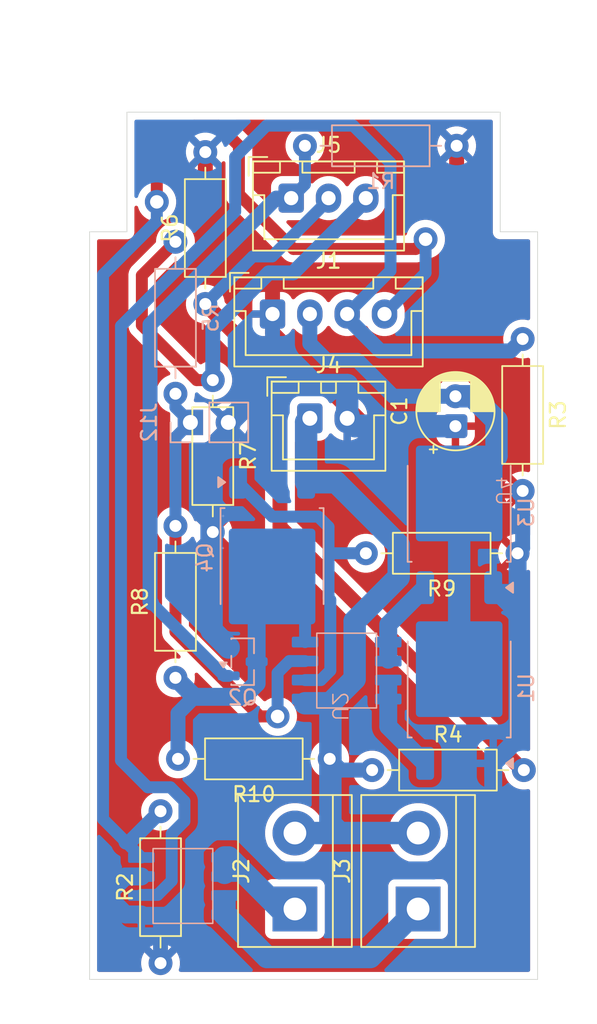
<source format=kicad_pcb>
(kicad_pcb (version 20241229) (generator "pcbnew") (generator_version "9.0")
  (layers (0 "F.Cu" signal) (2 "B.Cu" signal) (13 "F.Paste" user) (15 "B.Paste" user) (5 "F.SilkS" user "F.Silkscreen") (7 "B.SilkS" user "B.Silkscreen") (1 "F.Mask" user) (3 "B.Mask" user) (25 "Edge.Cuts" user))
  (net 0 "")
  (net 1 "GND")
  (net 2 "+3.3V")
  (net 3 "PYRO 2")
  (net 4 "PROBE sec")
  (net 5 "PROBE main")
  (net 6 "PYRO 1")
  (net 7 "signal")
  (net 8 "Net-(J2-Pin_1)")
  (net 9 "VCC main")
  (net 10 "Net-(J3-Pin_1)")
  (net 11 "MODE")
  (net 12 "Net-(Q4-D)")
  (net 13 "VCC secondary")
  (net 14 "Net-(U1-VI)")
  (net 15 "Net-(U3-VI)")
  (footprint "Resistor_THT:R_Axial_DIN0207_L6.3mm_D2.5mm_P10.16mm_Horizontal" (layer "F.Cu") (at 139.33 90.5 180)
    (property "Reference" "R10" (at 5.08 -2.370001 0) (layer "F.SilkS"))
    (property "Value" "10k")
    (fp_line (start 9.12 0) (end 8.350001 0) (stroke (width 0.12)) (layer "F.SilkS"))
    (fp_line (start 1.04 0) (end 1.81 0) (stroke (width 0.12)) (layer "F.SilkS"))
    (fp_poly (pts (xy 1.81 -1.37) (xy 8.35 -1.37) (xy 8.35 1.37) (xy 1.81 1.37)) (stroke (width 0.12)) (fill no) (layer "F.SilkS"))
    (pad "1" thru_hole circle (at 0 0 180) (size 1.6 1.6) (drill 0.8) (layers "*.Cu" "*.Mask") (net 9 "VCC main"))
    (pad "2" thru_hole circle (at 10.16 0 180) (size 1.6 1.6) (drill 0.8) (layers "*.Cu" "*.Mask") (net 11 "MODE"))
  )
  (footprint "Connector_JST:JST_XH_B4B-XH-A_1x04_P2.50mm_Vertical" (layer "F.Cu") (at 135.5 60.75)
    (property "Reference" "J1" (at 3.75 -3.55 0) (layer "F.SilkS"))
    (property "Value" "Conn_01x04_Socket")
    (fp_line (start -2.85 -2.75) (end -2.85 -1.5) (stroke (width 0.12)) (layer "F.SilkS"))
    (fp_line (start -2.55 -0.2) (end -1.8 -0.2) (stroke (width 0.12)) (layer "F.SilkS"))
    (fp_line (start -1.8 -0.2) (end -1.8 2.75) (stroke (width 0.12)) (layer "F.SilkS"))
    (fp_line (start -1.8 2.75) (end 3.75 2.75) (stroke (width 0.12)) (layer "F.SilkS"))
    (fp_line (start -1.6 -2.75) (end -2.85 -2.75) (stroke (width 0.12)) (layer "F.SilkS"))
    (fp_line (start 9.3 -0.2) (end 9.3 2.75) (stroke (width 0.12)) (layer "F.SilkS"))
    (fp_line (start 9.3 2.75) (end 3.75 2.75) (stroke (width 0.12)) (layer "F.SilkS"))
    (fp_line (start 10.05 -0.2) (end 9.3 -0.2) (stroke (width 0.12)) (layer "F.SilkS"))
    (fp_rect (start -2.56 -2.46) (end 10.06 3.51) (stroke (width 0.12)) (fill no) (layer "F.SilkS"))
    (fp_rect (start -2.55 -2.45) (end -0.75 -1.7) (stroke (width 0.12)) (fill no) (layer "F.SilkS"))
    (fp_rect (start 0.75 -2.45) (end 6.75 -1.7) (stroke (width 0.12)) (fill no) (layer "F.SilkS"))
    (fp_rect (start 8.25 -2.45) (end 10.05 -1.7) (stroke (width 0.12)) (fill no) (layer "F.SilkS"))
    (pad "1" thru_hole roundrect (at 0 0) (size 1.7 1.95) (drill 0.95) (layers "*.Cu" "*.Mask") (roundrect_rratio 0.147059) (net 1 "GND"))
    (pad "2" thru_hole oval (at 2.5 0) (size 1.7 1.95) (drill 0.95) (layers "*.Cu" "*.Mask") (net 2 "+3.3V"))
    (pad "3" thru_hole oval (at 5 0) (size 1.7 1.95) (drill 0.95) (layers "*.Cu" "*.Mask") (net 6 "PYRO 1"))
    (pad "4" thru_hole oval (at 7.5 0) (size 1.7 1.95) (drill 0.95) (layers "*.Cu" "*.Mask") (net 3 "PYRO 2"))
  )
  (footprint "Resistor_THT:R_Axial_DIN0207_L6.3mm_D2.5mm_P10.16mm_Horizontal" (layer "F.Cu") (at 128 104.16 90)
    (property "Reference" "R2" (at 5.08 -2.370001 90) (layer "F.SilkS"))
    (property "Value" "10k")
    (fp_line (start 9.12 0) (end 8.350001 0) (stroke (width 0.12)) (layer "F.SilkS"))
    (fp_line (start 1.04 0) (end 1.81 0) (stroke (width 0.12)) (layer "F.SilkS"))
    (fp_poly (pts (xy 1.81 -1.37) (xy 8.35 -1.37) (xy 8.35 1.37) (xy 1.81 1.37)) (stroke (width 0.12)) (fill no) (layer "F.SilkS"))
    (pad "1" thru_hole circle (at 0 0 90) (size 1.6 1.6) (drill 0.8) (layers "*.Cu" "*.Mask") (net 1 "GND"))
    (pad "2" thru_hole circle (at 10.16 0 90) (size 1.6 1.6) (drill 0.8) (layers "*.Cu" "*.Mask") (net 3 "PYRO 2"))
  )
  (footprint "Connector_JST:JST_XH_B3B-XH-A_1x03_P2.50mm_Vertical" (layer "F.Cu") (at 136.75 53)
    (property "Reference" "J5" (at 2.5 -3.55 0) (layer "F.SilkS"))
    (property "Value" "Conn_01x03_Socket")
    (fp_line (start -2.85 -2.75) (end -2.85 -1.5) (stroke (width 0.12)) (layer "F.SilkS"))
    (fp_line (start -2.55 -0.2) (end -1.8 -0.2) (stroke (width 0.12)) (layer "F.SilkS"))
    (fp_line (start -1.8 -0.2) (end -1.8 2.75) (stroke (width 0.12)) (layer "F.SilkS"))
    (fp_line (start -1.8 2.75) (end 2.5 2.75) (stroke (width 0.12)) (layer "F.SilkS"))
    (fp_line (start -1.6 -2.75) (end -2.85 -2.75) (stroke (width 0.12)) (layer "F.SilkS"))
    (fp_line (start 6.8 -0.2) (end 6.8 2.75) (stroke (width 0.12)) (layer "F.SilkS"))
    (fp_line (start 6.8 2.75) (end 2.5 2.75) (stroke (width 0.12)) (layer "F.SilkS"))
    (fp_line (start 7.55 -0.2) (end 6.8 -0.2) (stroke (width 0.12)) (layer "F.SilkS"))
    (fp_rect (start -2.56 -2.46) (end 7.56 3.51) (stroke (width 0.12)) (fill no) (layer "F.SilkS"))
    (fp_rect (start -2.55 -2.45) (end -0.75 -1.7) (stroke (width 0.12)) (fill no) (layer "F.SilkS"))
    (fp_rect (start 0.75 -2.45) (end 4.25 -1.7) (stroke (width 0.12)) (fill no) (layer "F.SilkS"))
    (fp_rect (start 5.75 -2.45) (end 7.55 -1.7) (stroke (width 0.12)) (fill no) (layer "F.SilkS"))
    (pad "1" thru_hole roundrect (at 0 0) (size 1.7 1.95) (drill 0.95) (layers "*.Cu" "*.Mask") (roundrect_rratio 0.147059) (net 7 "signal"))
    (pad "2" thru_hole oval (at 2.5 0) (size 1.7 1.95) (drill 0.95) (layers "*.Cu" "*.Mask") (net 5 "PROBE main"))
    (pad "3" thru_hole oval (at 5 0) (size 1.7 1.95) (drill 0.95) (layers "*.Cu" "*.Mask") (net 4 "PROBE sec"))
  )
  (footprint "ark:TerminalBlock_bornier-2_P5.08mm" (layer "F.Cu") (at 145.25 100.54 90)
    (property "Reference" "J3" (at 2.54 -5.08 90) (layer "F.SilkS"))
    (property "Value" "Conn_01x02_Socket")
    (fp_line (start 7.62 -3.81) (end -2.54 -3.81) (stroke (width 0.12)) (layer "F.SilkS"))
    (fp_line (start -2.54 -3.81) (end -2.54 3.81) (stroke (width 0.12)) (layer "F.SilkS"))
    (fp_line (start 7.62 2.54) (end -2.54 2.54) (stroke (width 0.12)) (layer "F.SilkS"))
    (fp_line (start 7.62 3.81) (end 7.62 -3.81) (stroke (width 0.12)) (layer "F.SilkS"))
    (fp_line (start -2.54 3.81) (end 7.62 3.81) (stroke (width 0.12)) (layer "F.SilkS"))
    (pad "1" thru_hole rect (at 0 0 90) (size 3 3) (drill 1.52) (layers "*.Cu" "*.Mask") (net 10 "Net-(J3-Pin_1)"))
    (pad "2" thru_hole circle (at 5.079999 0 90) (size 3 3) (drill 1.52) (layers "*.Cu" "*.Mask") (net 9 "VCC main"))
  )
  (footprint "Capacitor_THT:CP_Radial_D5.0mm_P2.00mm" (layer "F.Cu") (at 147.75 68.25 90)
    (property "Reference" "C1" (at 1 -3.75 90) (layer "F.SilkS"))
    (property "Value" "C")
    (fp_line (start 1.040001 -2.58) (end 1.04 -1.04) (stroke (width 0.12)) (layer "F.SilkS"))
    (fp_line (start 1 -2.58) (end 1 -1.04) (stroke (width 0.12)) (layer "F.SilkS"))
    (fp_line (start 1.08 -2.579) (end 1.08 -1.04) (stroke (width 0.12)) (layer "F.SilkS"))
    (fp_line (start 1.12 -2.577) (end 1.120001 -1.04) (stroke (width 0.12)) (layer "F.SilkS"))
    (fp_line (start 1.16 -2.575) (end 1.16 -1.04) (stroke (width 0.12)) (layer "F.SilkS"))
    (fp_line (start 1.2 -2.572001) (end 1.2 -1.04) (stroke (width 0.12)) (layer "F.SilkS"))
    (fp_line (start 1.24 -2.569) (end 1.239999 -1.04) (stroke (width 0.12)) (layer "F.SilkS"))
    (fp_line (start 1.28 -2.565) (end 1.28 -1.04) (stroke (width 0.12)) (layer "F.SilkS"))
    (fp_line (start 1.32 -2.559999) (end 1.32 -1.04) (stroke (width 0.12)) (layer "F.SilkS"))
    (fp_line (start 1.36 -2.555) (end 1.36 -1.04) (stroke (width 0.12)) (layer "F.SilkS"))
    (fp_line (start 1.4 -2.549) (end 1.4 -1.040001) (stroke (width 0.12)) (layer "F.SilkS"))
    (fp_line (start 1.44 -2.543) (end 1.44 -1.04) (stroke (width 0.12)) (layer "F.SilkS"))
    (fp_line (start 1.48 -2.536) (end 1.48 -1.04) (stroke (width 0.12)) (layer "F.SilkS"))
    (fp_line (start 1.52 -2.528) (end 1.52 -1.04) (stroke (width 0.12)) (layer "F.SilkS"))
    (fp_line (start 1.560001 -2.519) (end 1.560001 -1.04) (stroke (width 0.12)) (layer "F.SilkS"))
    (fp_line (start 1.6 -2.51) (end 1.6 -1.04) (stroke (width 0.12)) (layer "F.SilkS"))
    (fp_line (start 1.64 -2.501) (end 1.64 -1.04) (stroke (width 0.12)) (layer "F.SilkS"))
    (fp_line (start 1.68 -2.489999) (end 1.679999 -1.04) (stroke (width 0.12)) (layer "F.SilkS"))
    (fp_line (start 1.72 -2.479) (end 1.72 -1.04) (stroke (width 0.12)) (layer "F.SilkS"))
    (fp_line (start 1.76 -2.466999) (end 1.76 -1.04) (stroke (width 0.12)) (layer "F.SilkS"))
    (fp_line (start 1.8 -2.455) (end 1.8 -1.04) (stroke (width 0.12)) (layer "F.SilkS"))
    (fp_line (start 1.84 -2.442) (end 1.84 -1.040001) (stroke (width 0.12)) (layer "F.SilkS"))
    (fp_line (start 1.88 -2.428) (end 1.88 -1.04) (stroke (width 0.12)) (layer "F.SilkS"))
    (fp_line (start 1.92 -2.413) (end 1.92 -1.04) (stroke (width 0.12)) (layer "F.SilkS"))
    (fp_line (start 1.96 -2.398) (end 1.96 -1.04) (stroke (width 0.12)) (layer "F.SilkS"))
    (fp_line (start 2 -2.382) (end 2.000001 -1.04) (stroke (width 0.12)) (layer "F.SilkS"))
    (fp_line (start 2.04 -2.365) (end 2.04 -1.04) (stroke (width 0.12)) (layer "F.SilkS"))
    (fp_line (start 2.08 -2.347001) (end 2.08 -1.04) (stroke (width 0.12)) (layer "F.SilkS"))
    (fp_line (start 2.12 -2.329) (end 2.119999 -1.04) (stroke (width 0.12)) (layer "F.SilkS"))
    (fp_line (start 2.16 -2.309) (end 2.16 -1.04) (stroke (width 0.12)) (layer "F.SilkS"))
    (fp_line (start 2.199999 -2.289) (end 2.2 -1.04) (stroke (width 0.12)) (layer "F.SilkS"))
    (fp_line (start 2.24 -2.268) (end 2.24 -1.04) (stroke (width 0.12)) (layer "F.SilkS"))
    (fp_line (start 2.28 -2.246) (end 2.28 -1.040001) (stroke (width 0.12)) (layer "F.SilkS"))
    (fp_line (start 2.32 -2.223) (end 2.32 -1.04) (stroke (width 0.12)) (layer "F.SilkS"))
    (fp_line (start 2.36 -2.199) (end 2.36 -1.04) (stroke (width 0.12)) (layer "F.SilkS"))
    (fp_line (start 2.4 -2.175) (end 2.4 -1.04) (stroke (width 0.12)) (layer "F.SilkS"))
    (fp_line (start 2.44 -2.149) (end 2.44 -1.040001) (stroke (width 0.12)) (layer "F.SilkS"))
    (fp_line (start 2.48 -2.122) (end 2.48 -1.04) (stroke (width 0.12)) (layer "F.SilkS"))
    (fp_line (start 2.52 -2.094001) (end 2.52 -1.04) (stroke (width 0.12)) (layer "F.SilkS"))
    (fp_line (start 2.56 -2.065) (end 2.559999 -1.04) (stroke (width 0.12)) (layer "F.SilkS"))
    (fp_line (start 2.6 -2.035) (end 2.600001 -1.04) (stroke (width 0.12)) (layer "F.SilkS"))
    (fp_line (start 2.64 -2.003) (end 2.64 -1.04) (stroke (width 0.12)) (layer "F.SilkS"))
    (fp_line (start 2.68 -1.97) (end 2.68 -1.04) (stroke (width 0.12)) (layer "F.SilkS"))
    (fp_line (start 2.72 -1.936) (end 2.719999 -1.04) (stroke (width 0.12)) (layer "F.SilkS"))
    (fp_line (start 2.76 -1.901) (end 2.76 -1.04) (stroke (width 0.12)) (layer "F.SilkS"))
    (fp_line (start 2.8 -1.864) (end 2.8 -1.04) (stroke (width 0.12)) (layer "F.SilkS"))
    (fp_line (start 2.84 -1.825) (end 2.84 -1.04) (stroke (width 0.12)) (layer "F.SilkS"))
    (fp_line (start 2.88 -1.785) (end 2.88 -1.040001) (stroke (width 0.12)) (layer "F.SilkS"))
    (fp_line (start 2.92 -1.743) (end 2.92 -1.04) (stroke (width 0.12)) (layer "F.SilkS"))
    (fp_line (start -1.554775 -1.725) (end -1.554775 -1.225) (stroke (width 0.12)) (layer "F.SilkS"))
    (fp_line (start 2.96 -1.698999) (end 2.96 -1.04) (stroke (width 0.12)) (layer "F.SilkS"))
    (fp_line (start 3 -1.652) (end 3 -1.04) (stroke (width 0.12)) (layer "F.SilkS"))
    (fp_line (start 3.04 -1.604) (end 3.04 1.604) (stroke (width 0.12)) (layer "F.SilkS"))
    (fp_line (start 3.08 -1.553) (end 3.08 1.553) (stroke (width 0.12)) (layer "F.SilkS"))
    (fp_line (start 3.12 -1.499) (end 3.12 1.499) (stroke (width 0.12)) (layer "F.SilkS"))
    (fp_line (start -1.804775 -1.475) (end -1.304775 -1.475) (stroke (width 0.12)) (layer "F.SilkS"))
    (fp_line (start 3.16 -1.443001) (end 3.16 1.443001) (stroke (width 0.12)) (layer "F.SilkS"))
    (fp_line (start 3.2 -1.383) (end 3.2 1.383) (stroke (width 0.12)) (layer "F.SilkS"))
    (fp_line (start 3.24 -1.319) (end 3.24 1.319) (stroke (width 0.12)) (layer "F.SilkS"))
    (fp_line (start 3.28 -1.251) (end 3.28 1.251) (stroke (width 0.12)) (layer "F.SilkS"))
    (fp_line (start 3.32 -1.177) (end 3.32 1.177) (stroke (width 0.12)) (layer "F.SilkS"))
    (fp_line (start 3.36 -1.098) (end 3.36 1.098) (stroke (width 0.12)) (layer "F.SilkS"))
    (fp_line (start 3.4 -1.011) (end 3.4 1.011) (stroke (width 0.12)) (layer "F.SilkS"))
    (fp_line (start 3.44 -0.914) (end 3.44 0.914) (stroke (width 0.12)) (layer "F.SilkS"))
    (fp_line (start 3.480001 -0.805) (end 3.480001 0.805) (stroke (width 0.12)) (layer "F.SilkS"))
    (fp_line (start 3.52 -0.677) (end 3.52 0.677) (stroke (width 0.12)) (layer "F.SilkS"))
    (fp_line (start 3.56 -0.517) (end 3.56 0.517) (stroke (width 0.12)) (layer "F.SilkS"))
    (fp_line (start 3.6 -0.283) (end 3.6 0.283) (stroke (width 0.12)) (layer "F.SilkS"))
    (fp_line (start 3 1.04) (end 3 1.652) (stroke (width 0.12)) (layer "F.SilkS"))
    (fp_line (start 2.96 1.04) (end 2.96 1.698999) (stroke (width 0.12)) (layer "F.SilkS"))
    (fp_line (start 2.92 1.04) (end 2.92 1.743) (stroke (width 0.12)) (layer "F.SilkS"))
    (fp_line (start 2.84 1.04) (end 2.84 1.825) (stroke (width 0.12)) (layer "F.SilkS"))
    (fp_line (start 2.8 1.04) (end 2.8 1.864) (stroke (width 0.12)) (layer "F.SilkS"))
    (fp_line (start 2.76 1.04) (end 2.76 1.901) (stroke (width 0.12)) (layer "F.SilkS"))
    (fp_line (start 2.719999 1.04) (end 2.72 1.936) (stroke (width 0.12)) (layer "F.SilkS"))
    (fp_line (start 2.68 1.04) (end 2.68 1.97) (stroke (width 0.12)) (layer "F.SilkS"))
    (fp_line (start 2.64 1.04) (end 2.64 2.003) (stroke (width 0.12)) (layer "F.SilkS"))
    (fp_line (start 2.600001 1.04) (end 2.6 2.035) (stroke (width 0.12)) (layer "F.SilkS"))
    (fp_line (start 2.559999 1.04) (end 2.56 2.065) (stroke (width 0.12)) (layer "F.SilkS"))
    (fp_line (start 2.52 1.04) (end 2.52 2.094001) (stroke (width 0.12)) (layer "F.SilkS"))
    (fp_line (start 2.48 1.04) (end 2.48 2.122) (stroke (width 0.12)) (layer "F.SilkS"))
    (fp_line (start 2.4 1.04) (end 2.4 2.175) (stroke (width 0.12)) (layer "F.SilkS"))
    (fp_line (start 2.36 1.04) (end 2.36 2.199) (stroke (width 0.12)) (layer "F.SilkS"))
    (fp_line (start 2.32 1.04) (end 2.32 2.223) (stroke (width 0.12)) (layer "F.SilkS"))
    (fp_line (start 2.24 1.04) (end 2.24 2.268) (stroke (width 0.12)) (layer "F.SilkS"))
    (fp_line (start 2.2 1.04) (end 2.199999 2.289) (stroke (width 0.12)) (layer "F.SilkS"))
    (fp_line (start 2.16 1.04) (end 2.16 2.309) (stroke (width 0.12)) (layer "F.SilkS"))
    (fp_line (start 2.119999 1.04) (end 2.12 2.329) (stroke (width 0.12)) (layer "F.SilkS"))
    (fp_line (start 2.08 1.04) (end 2.08 2.347001) (stroke (width 0.12)) (layer "F.SilkS"))
    (fp_line (start 2.04 1.04) (end 2.04 2.365) (stroke (width 0.12)) (layer "F.SilkS"))
    (fp_line (start 2.000001 1.04) (end 2 2.382) (stroke (width 0.12)) (layer "F.SilkS"))
    (fp_line (start 1.96 1.04) (end 1.96 2.398) (stroke (width 0.12)) (layer "F.SilkS"))
    (fp_line (start 1.92 1.04) (end 1.92 2.413) (stroke (width 0.12)) (layer "F.SilkS"))
    (fp_line (start 1.88 1.04) (end 1.88 2.428) (stroke (width 0.12)) (layer "F.SilkS"))
    (fp_line (start 1.8 1.04) (end 1.8 2.455) (stroke (width 0.12)) (layer "F.SilkS"))
    (fp_line (start 1.76 1.04) (end 1.76 2.466999) (stroke (width 0.12)) (layer "F.SilkS"))
    (fp_line (start 1.72 1.04) (end 1.72 2.479) (stroke (width 0.12)) (layer "F.SilkS"))
    (fp_line (start 1.679999 1.04) (end 1.68 2.489999) (stroke (width 0.12)) (layer "F.SilkS"))
    (fp_line (start 1.64 1.04) (end 1.64 2.501) (stroke (width 0.12)) (layer "F.SilkS"))
    (fp_line (start 1.6 1.04) (end 1.6 2.51) (stroke (width 0.12)) (layer "F.SilkS"))
    (fp_line (start 1.560001 1.04) (end 1.560001 2.519) (stroke (width 0.12)) (layer "F.SilkS"))
    (fp_line (start 1.52 1.04) (end 1.52 2.528) (stroke (width 0.12)) (layer "F.SilkS"))
    (fp_line (start 1.48 1.04) (end 1.48 2.536) (stroke (width 0.12)) (layer "F.SilkS"))
    (fp_line (start 1.44 1.04) (end 1.44 2.543) (stroke (width 0.12)) (layer "F.SilkS"))
    (fp_line (start 1.36 1.04) (end 1.36 2.555) (stroke (width 0.12)) (layer "F.SilkS"))
    (fp_line (start 1.32 1.04) (end 1.32 2.559999) (stroke (width 0.12)) (layer "F.SilkS"))
    (fp_line (start 1.28 1.04) (end 1.28 2.565) (stroke (width 0.12)) (layer "F.SilkS"))
    (fp_line (start 1.239999 1.04) (end 1.24 2.569) (stroke (width 0.12)) (layer "F.SilkS"))
    (fp_line (start 1.2 1.04) (end 1.2 2.572001) (stroke (width 0.12)) (layer "F.SilkS"))
    (fp_line (start 1.16 1.04) (end 1.16 2.575) (stroke (width 0.12)) (layer "F.SilkS"))
    (fp_line (start 1.120001 1.04) (end 1.12 2.577) (stroke (width 0.12)) (layer "F.SilkS"))
    (fp_line (start 1.08 1.04) (end 1.08 2.579) (stroke (width 0.12)) (layer "F.SilkS"))
    (fp_line (start 1.04 1.04) (end 1.040001 2.58) (stroke (width 0.12)) (layer "F.SilkS"))
    (fp_line (start 1 1.04) (end 1 2.58) (stroke (width 0.12)) (layer "F.SilkS"))
    (fp_line (start 2.88 1.040001) (end 2.88 1.785) (stroke (width 0.12)) (layer "F.SilkS"))
    (fp_line (start 2.44 1.040001) (end 2.44 2.149) (stroke (width 0.12)) (layer "F.SilkS"))
    (fp_line (start 2.28 1.040001) (end 2.28 2.246) (stroke (width 0.12)) (layer "F.SilkS"))
    (fp_line (start 1.84 1.040001) (end 1.84 2.442) (stroke (width 0.12)) (layer "F.SilkS"))
    (fp_line (start 1.4 1.040001) (end 1.4 2.549) (stroke (width 0.12)) (layer "F.SilkS"))
    (fp_circle (center 1 0) (end 3.620001 0) (stroke (width 0.12)) (fill no) (layer "F.SilkS"))
    (pad "1" thru_hole roundrect (at 0 0 90) (size 1.6 1.6) (drill 0.8) (layers "*.Cu" "*.Mask") (roundrect_rratio 0.15625) (net 1 "GND"))
    (pad "2" thru_hole circle (at 2.000001 0 90) (size 1.6 1.6) (drill 0.8) (layers "*.Cu" "*.Mask") (net 2 "+3.3V"))
  )
  (footprint "Resistor_THT:R_Axial_DIN0207_L6.3mm_D2.5mm_P10.16mm_Horizontal" (layer "F.Cu") (at 142.17 91.25)
    (property "Reference" "R4" (at 5.08 -2.37 0) (layer "F.SilkS"))
    (property "Value" "20k")
    (fp_line (start 1.04 0) (end 1.81 0) (stroke (width 0.12)) (layer "F.SilkS"))
    (fp_line (start 9.12 0) (end 8.35 0) (stroke (width 0.12)) (layer "F.SilkS"))
    (fp_rect (start 1.81 -1.37) (end 8.35 1.37) (stroke (width 0.12)) (fill no) (layer "F.SilkS"))
    (pad "1" thru_hole circle (at 0 0) (size 1.6 1.6) (drill 0.8) (layers "*.Cu" "*.Mask") (net 9 "VCC main"))
    (pad "2" thru_hole circle (at 10.16 0) (size 1.6 1.6) (drill 0.8) (layers "*.Cu" "*.Mask") (net 5 "PROBE main"))
  )
  (footprint "Connector_JST:JST_XH_B2B-XH-A_1x02_P2.50mm_Vertical" (layer "F.Cu") (at 138 67.725)
    (property "Reference" "J4" (at 1.25 -3.55 0) (layer "F.SilkS"))
    (property "Value" "Conn_01x02_Socket")
    (fp_line (start -2.85 -2.75) (end -2.85 -1.5) (stroke (width 0.12)) (layer "F.SilkS"))
    (fp_line (start -2.55 -0.2) (end -1.8 -0.2) (stroke (width 0.12)) (layer "F.SilkS"))
    (fp_line (start -1.8 -0.2) (end -1.8 2.75) (stroke (width 0.12)) (layer "F.SilkS"))
    (fp_line (start -1.8 2.75) (end 1.25 2.75) (stroke (width 0.12)) (layer "F.SilkS"))
    (fp_line (start -1.6 -2.75) (end -2.85 -2.75) (stroke (width 0.12)) (layer "F.SilkS"))
    (fp_line (start 4.3 -0.2) (end 4.3 2.75) (stroke (width 0.12)) (layer "F.SilkS"))
    (fp_line (start 4.3 2.75) (end 1.25 2.75) (stroke (width 0.12)) (layer "F.SilkS"))
    (fp_line (start 5.05 -0.2) (end 4.3 -0.2) (stroke (width 0.12)) (layer "F.SilkS"))
    (fp_rect (start -2.56 -2.46) (end 5.06 3.51) (stroke (width 0.12)) (fill no) (layer "F.SilkS"))
    (fp_rect (start -2.55 -2.45) (end -0.75 -1.7) (stroke (width 0.12)) (fill no) (layer "F.SilkS"))
    (fp_rect (start 0.75 -2.45) (end 1.75 -1.7) (stroke (width 0.12)) (fill no) (layer "F.SilkS"))
    (fp_rect (start 3.25 -2.45) (end 5.05 -1.7) (stroke (width 0.12)) (fill no) (layer "F.SilkS"))
    (pad "1" thru_hole roundrect (at 0 0) (size 1.7 2) (drill 1) (layers "*.Cu" "*.Mask") (roundrect_rratio 0.147059) (net 9 "VCC main"))
    (pad "2" thru_hole oval (at 2.5 0) (size 1.7 2) (drill 1) (layers "*.Cu" "*.Mask") (net 1 "GND"))
  )
  (footprint "Resistor_THT:R_Axial_DIN0207_L6.3mm_D2.5mm_P10.16mm_Horizontal" (layer "F.Cu") (at 131 60.08 90)
    (property "Reference" "R6" (at 5.08 -2.370001 90) (layer "F.SilkS"))
    (property "Value" "10k")
    (fp_line (start 9.12 0) (end 8.350001 0) (stroke (width 0.12)) (layer "F.SilkS"))
    (fp_line (start 1.04 0) (end 1.81 0) (stroke (width 0.12)) (layer "F.SilkS"))
    (fp_poly (pts (xy 1.81 -1.37) (xy 8.35 -1.37) (xy 8.35 1.37) (xy 1.81 1.37)) (stroke (width 0.12)) (fill no) (layer "F.SilkS"))
    (pad "1" thru_hole circle (at 0 0 90) (size 1.6 1.6) (drill 0.8) (layers "*.Cu" "*.Mask") (net 5 "PROBE main"))
    (pad "2" thru_hole circle (at 10.16 0 90) (size 1.6 1.6) (drill 0.8) (layers "*.Cu" "*.Mask") (net 1 "GND"))
  )
  (footprint "Resistor_THT:R_Axial_DIN0207_L6.3mm_D2.5mm_P10.16mm_Horizontal" (layer "F.Cu") (at 152.25 62.42 -90)
    (property "Reference" "R3" (at 5.08 -2.370001 90) (layer "F.SilkS"))
    (property "Value" "10k")
    (fp_line (start 1.04 0) (end 1.81 0) (stroke (width 0.12)) (layer "F.SilkS"))
    (fp_line (start 9.12 0) (end 8.350001 0) (stroke (width 0.12)) (layer "F.SilkS"))
    (fp_poly (pts (xy 1.81 -1.37) (xy 8.35 -1.37) (xy 8.35 1.37) (xy 1.81 1.37)) (stroke (width 0.12)) (fill no) (layer "F.SilkS"))
    (pad "1" thru_hole circle (at 0 0 270) (size 1.6 1.6) (drill 0.8) (layers "*.Cu" "*.Mask") (net 6 "PYRO 1"))
    (pad "2" thru_hole circle (at 10.16 0 270) (size 1.6 1.6) (drill 0.8) (layers "*.Cu" "*.Mask") (net 1 "GND"))
  )
  (footprint "Resistor_THT:R_Axial_DIN0207_L6.3mm_D2.5mm_P10.16mm_Horizontal" (layer "F.Cu") (at 151.91 76.75 180)
    (property "Reference" "R9" (at 5.08 -2.370001 0) (layer "F.SilkS"))
    (property "Value" "10k")
    (fp_line (start 9.12 0) (end 8.350001 0) (stroke (width 0.12)) (layer "F.SilkS"))
    (fp_line (start 1.04 0) (end 1.81 0) (stroke (width 0.12)) (layer "F.SilkS"))
    (fp_poly (pts (xy 1.81 -1.37) (xy 8.35 -1.37) (xy 8.35 1.37) (xy 1.81 1.37)) (stroke (width 0.12)) (fill no) (layer "F.SilkS"))
    (pad "1" thru_hole circle (at 0 0 180) (size 1.6 1.6) (drill 0.8) (layers "*.Cu" "*.Mask") (net 1 "GND"))
    (pad "2" thru_hole circle (at 10.16 0 180) (size 1.6 1.6) (drill 0.8) (layers "*.Cu" "*.Mask") (net 12 "Net-(Q4-D)"))
  )
  (footprint "ark:TerminalBlock_bornier-2_P5.08mm" (layer "F.Cu") (at 137 100.54 90)
    (property "Reference" "J2" (at 2.54 -3.58 90) (layer "F.SilkS"))
    (property "Value" "Conn_01x02_Socket")
    (fp_line (start 7.62 -3.81) (end -2.54 -3.81) (stroke (width 0.12)) (layer "F.SilkS"))
    (fp_line (start -2.54 -3.81) (end -2.54 3.81) (stroke (width 0.12)) (layer "F.SilkS"))
    (fp_line (start 7.62 2.54) (end -2.54 2.54) (stroke (width 0.12)) (layer "F.SilkS"))
    (fp_line (start 7.62 3.81) (end 7.62 -3.81) (stroke (width 0.12)) (layer "F.SilkS"))
    (fp_line (start -2.54 3.81) (end 7.62 3.81) (stroke (width 0.12)) (layer "F.SilkS"))
    (pad "1" thru_hole rect (at 0 0 90) (size 3 3) (drill 1.52) (layers "*.Cu" "*.Mask") (net 8 "Net-(J2-Pin_1)"))
    (pad "2" thru_hole circle (at 5.079999 0 90) (size 3 3) (drill 1.52) (layers "*.Cu" "*.Mask") (net 9 "VCC main"))
  )
  (footprint "Resistor_THT:R_Axial_DIN0207_L6.3mm_D2.5mm_P10.16mm_Horizontal" (layer "F.Cu") (at 131.5 65.17 -90)
    (property "Reference" "R7" (at 5.08 -2.370001 90) (layer "F.SilkS"))
    (property "Value" "10k")
    (fp_line (start 1.04 0) (end 1.81 0) (stroke (width 0.12)) (layer "F.SilkS"))
    (fp_line (start 9.12 0) (end 8.350001 0) (stroke (width 0.12)) (layer "F.SilkS"))
    (fp_poly (pts (xy 1.81 -1.37) (xy 8.35 -1.37) (xy 8.35 1.37) (xy 1.81 1.37)) (stroke (width 0.12)) (fill no) (layer "F.SilkS"))
    (pad "1" thru_hole circle (at 0 0 270) (size 1.6 1.6) (drill 0.8) (layers "*.Cu" "*.Mask") (net 4 "PROBE sec"))
    (pad "2" thru_hole circle (at 10.16 0 270) (size 1.6 1.6) (drill 0.8) (layers "*.Cu" "*.Mask") (net 1 "GND"))
  )
  (footprint "Resistor_THT:R_Axial_DIN0207_L6.3mm_D2.5mm_P10.16mm_Horizontal" (layer "F.Cu") (at 129 85.08 90)
    (property "Reference" "R8" (at 5.08 -2.370001 90) (layer "F.SilkS"))
    (property "Value" "470k")
    (fp_line (start 9.12 0) (end 8.350001 0) (stroke (width 0.12)) (layer "F.SilkS"))
    (fp_line (start 1.04 0) (end 1.81 0) (stroke (width 0.12)) (layer "F.SilkS"))
    (fp_poly (pts (xy 1.81 -1.37) (xy 8.35 -1.37) (xy 8.35 1.37) (xy 1.81 1.37)) (stroke (width 0.12)) (fill no) (layer "F.SilkS"))
    (pad "1" thru_hole circle (at 0 0 90) (size 1.6 1.6) (drill 0.8) (layers "*.Cu" "*.Mask") (net 11 "MODE"))
    (pad "2" thru_hole circle (at 10.16 0 90) (size 1.6 1.6) (drill 0.8) (layers "*.Cu" "*.Mask") (net 13 "VCC secondary"))
  )
  (footprint "Package_TO_SOT_SMD:IRF7303" (layer "B.Cu") (at 129.5 99 90)
    (property "Reference" "U2" (at 12 10.5 270) (layer "B.SilkS") (effects (font (thickness 0.1)) (justify mirror)))
    (property "Value" "IRF7303")
    (fp_poly (pts (xy -2.5 2.000001) (xy 2.5 2.000001) (xy 2.5 -2.000001) (xy -2.5 -2.000001)) (stroke (width 0.1)) (fill no) (layer "B.SilkS"))
    (pad "1" smd roundrect (at -1.905 -2.785 90) (size 0.72 1.78) (layers "B.Cu" "B.Mask" "B.Paste") (roundrect_rratio 0.15) (net 1 "GND"))
    (pad "2" smd roundrect (at -0.635 -2.785 90) (size 0.72 1.78) (layers "B.Cu" "B.Mask" "B.Paste") (roundrect_rratio 0.15) (net 6 "PYRO 1"))
    (pad "3" smd roundrect (at 0.635 -2.785 90) (size 0.72 1.78) (layers "B.Cu" "B.Mask" "B.Paste") (roundrect_rratio 0.15) (net 1 "GND"))
    (pad "4" smd roundrect (at 1.905 -2.785 90) (size 0.72 1.78) (layers "B.Cu" "B.Mask" "B.Paste") (roundrect_rratio 0.15) (net 3 "PYRO 2"))
    (pad "5" smd roundrect (at 0.635 2.785 90) (size 0.72 1.78) (layers "B.Cu" "B.Mask" "B.Paste") (roundrect_rratio 0.15) (net 8 "Net-(J2-Pin_1)"))
    (pad "5" smd roundrect (at 1.905 2.785 90) (size 0.72 1.78) (layers "B.Cu" "B.Mask" "B.Paste") (roundrect_rratio 0.15) (net 8 "Net-(J2-Pin_1)"))
    (pad "6" smd roundrect (at -1.905 2.785 90) (size 0.72 1.78) (layers "B.Cu" "B.Mask" "B.Paste") (roundrect_rratio 0.15) (net 10 "Net-(J3-Pin_1)"))
    (pad "6" smd roundrect (at -0.635 2.785 90) (size 0.72 1.78) (layers "B.Cu" "B.Mask" "B.Paste") (roundrect_rratio 0.15) (net 10 "Net-(J3-Pin_1)"))
  )
  (footprint "Package_TO_SOT_SMD:SOT-23" (layer "B.Cu") (at 133.5 84)
    (property "Reference" "Q2" (at 0 2.4 0) (layer "B.SilkS") (effects (justify mirror)))
    (property "Value" "NMOS")
    (fp_line (start -0.76 -1.56) (end -0.76 -1.51) (stroke (width 0.12)) (layer "B.SilkS"))
    (fp_line (start -0.76 -0.39) (end -0.76 0.39) (stroke (width 0.12)) (layer "B.SilkS"))
    (fp_line (start -0.76 1.51) (end -0.76 1.56) (stroke (width 0.12)) (layer "B.SilkS"))
    (fp_line (start -0.76 1.56) (end 0.76 1.56) (stroke (width 0.12)) (layer "B.SilkS"))
    (fp_line (start 0.76 -1.56) (end -0.76 -1.56) (stroke (width 0.12)) (layer "B.SilkS"))
    (fp_line (start 0.76 -0.56) (end 0.76 -1.56) (stroke (width 0.12)) (layer "B.SilkS"))
    (fp_line (start 0.76 1.56) (end 0.76 0.56) (stroke (width 0.12)) (layer "B.SilkS"))
    (fp_poly (pts (xy -1.3 0.38) (xy -1.06 0.05) (xy -1.54 0.05)) (stroke (width 0.12)) (fill yes) (layer "B.SilkS"))
    (pad "1" smd roundrect (at 0.937501 0) (size 1.475 0.6) (layers "B.Cu" "B.Mask" "B.Paste") (net 11 "MODE"))
    (pad "2" smd roundrect (at -0.9375 0.95) (size 1.475 0.6) (layers "B.Cu" "B.Mask" "B.Paste") (net 7 "signal"))
    (pad "3" smd roundrect (at -0.9375 -0.95) (size 1.475 0.6) (layers "B.Cu" "B.Mask" "B.Paste") (net 1 "GND"))
  )
  (footprint "Resistor_THT:R_Axial_DIN0207_L6.3mm_D2.5mm_P10.16mm_Horizontal" (layer "B.Cu") (at 137.67 49.5)
    (property "Reference" "R1" (at 5.08 2.370001 180) (layer "B.SilkS") (effects (justify mirror)))
    (property "Value" "10k")
    (fp_line (start 1.04 0) (end 1.81 0) (stroke (width 0.12)) (layer "B.SilkS"))
    (fp_line (start 9.12 0) (end 8.350001 0) (stroke (width 0.12)) (layer "B.SilkS"))
    (fp_poly (pts (xy 1.81 1.37) (xy 8.35 1.37) (xy 8.35 -1.37) (xy 1.81 -1.37)) (stroke (width 0.12)) (fill no) (layer "B.SilkS"))
    (pad "1" thru_hole circle (at 0 0) (size 1.6 1.6) (drill 0.8) (layers "*.Cu" "*.Mask") (net 7 "signal"))
    (pad "2" thru_hole circle (at 10.16 0) (size 1.6 1.6) (drill 0.8) (layers "*.Cu" "*.Mask") (net 1 "GND"))
  )
  (footprint "Package_TO_SOT_SMD:TO-252-2" (layer "B.Cu") (at 148 85.760001 90)
    (property "Reference" "U1" (at 0 4.500001 90) (layer "B.SilkS") (effects (justify mirror)))
    (property "Value" "LM1117DT-5.0")
    (fp_line (start -3.31 -3.45) (end -3.31 -3.18) (stroke (width 0.12)) (layer "B.SilkS"))
    (fp_line (start 3.11 -3.449999) (end -3.31 -3.45) (stroke (width 0.12)) (layer "B.SilkS"))
    (fp_line (start 3.11 3.449999) (end -3.31 3.45) (stroke (width 0.12)) (layer "B.SilkS"))
    (fp_line (start -3.31 3.45) (end -3.31 3.18) (stroke (width 0.12)) (layer "B.SilkS"))
    (fp_poly (pts (xy -5.04 3.14) (xy -5.38 3.61) (xy -4.699999 3.61)) (stroke (width 0.12)) (fill yes) (layer "B.SilkS"))
    (pad "1" smd roundrect (at -5.04 2.28 90) (size 2.2 1.2) (layers "B.Cu" "B.Mask" "B.Paste") (roundrect_rratio 0.208333) (net 1 "GND"))
    (pad "2" smd roundrect (at 1.260001 0 90) (size 6.4 5.8) (layers "B.Cu" "B.Mask") (roundrect_rratio 0.043103) (net 2 "+3.3V"))
    (pad "3" smd roundrect (at -5.04 -2.28 90) (size 2.2 1.2) (layers "B.Cu" "B.Mask" "B.Paste") (roundrect_rratio 0.208333) (net 14 "Net-(U1-VI)"))
  )
  (footprint "Package_TO_SOT_SMD:IRF7104" (layer "B.Cu") (at 140.465 84.595 90)
    (property "Reference" "U4" (at 12 10.5 270) (layer "B.SilkS") (effects (font (thickness 0.1)) (justify mirror)))
    (property "Value" "IRF7104")
    (fp_poly (pts (xy -2.5 2.000001) (xy 2.5 2.000001) (xy 2.5 -2.000001) (xy -2.5 -2.000001)) (stroke (width 0.1)) (fill no) (layer "B.SilkS"))
    (pad "1" smd roundrect (at -1.905 -2.785 90) (size 0.72 1.78) (layers "B.Cu" "B.Mask" "B.Paste") (roundrect_rratio 0.15) (net 9 "VCC main"))
    (pad "2" smd roundrect (at -0.635 -2.785 90) (size 0.72 1.78) (layers "B.Cu" "B.Mask" "B.Paste") (roundrect_rratio 0.15) (net 12 "Net-(Q4-D)"))
    (pad "3" smd roundrect (at 0.635 -2.785 90) (size 0.72 1.78) (layers "B.Cu" "B.Mask" "B.Paste") (roundrect_rratio 0.15) (net 13 "VCC secondary"))
    (pad "4" smd roundrect (at 1.905 -2.785 90) (size 0.72 1.78) (layers "B.Cu" "B.Mask" "B.Paste") (roundrect_rratio 0.15) (net 11 "MODE"))
    (pad "5" smd roundrect (at 0.635 2.785 90) (size 0.72 1.78) (layers "B.Cu" "B.Mask" "B.Paste") (roundrect_rratio 0.15) (net 15 "Net-(U3-VI)"))
    (pad "5" smd roundrect (at 1.905 2.785 90) (size 0.72 1.78) (layers "B.Cu" "B.Mask" "B.Paste") (roundrect_rratio 0.15) (net 15 "Net-(U3-VI)"))
    (pad "6" smd roundrect (at -1.905 2.785 90) (size 0.72 1.78) (layers "B.Cu" "B.Mask" "B.Paste") (roundrect_rratio 0.15) (net 14 "Net-(U1-VI)"))
    (pad "6" smd roundrect (at -0.635 2.785 90) (size 0.72 1.78) (layers "B.Cu" "B.Mask" "B.Paste") (roundrect_rratio 0.15) (net 14 "Net-(U1-VI)"))
  )
  (footprint "Package_TO_SOT_SMD:TO-252-2" (layer "B.Cu") (at 148 74.010001 90)
    (property "Reference" "U3" (at 0 4.500001 90) (layer "B.SilkS") (effects (justify mirror)))
    (property "Value" "LM1117DT-5.0")
    (fp_line (start -3.31 -3.45) (end -3.31 -3.18) (stroke (width 0.12)) (layer "B.SilkS"))
    (fp_line (start 3.11 -3.449999) (end -3.31 -3.45) (stroke (width 0.12)) (layer "B.SilkS"))
    (fp_line (start 3.11 3.449999) (end -3.31 3.45) (stroke (width 0.12)) (layer "B.SilkS"))
    (fp_line (start -3.31 3.45) (end -3.31 3.18) (stroke (width 0.12)) (layer "B.SilkS"))
    (fp_poly (pts (xy -5.04 3.14) (xy -5.38 3.61) (xy -4.699999 3.61)) (stroke (width 0.12)) (fill yes) (layer "B.SilkS"))
    (pad "1" smd roundrect (at -5.04 2.28 90) (size 2.2 1.2) (layers "B.Cu" "B.Mask" "B.Paste") (roundrect_rratio 0.208333) (net 1 "GND"))
    (pad "2" smd roundrect (at 1.260001 0 90) (size 6.4 5.8) (layers "B.Cu" "B.Mask") (roundrect_rratio 0.043103) (net 2 "+3.3V"))
    (pad "3" smd roundrect (at -5.04 -2.28 90) (size 2.2 1.2) (layers "B.Cu" "B.Mask" "B.Paste") (roundrect_rratio 0.208333) (net 15 "Net-(U3-VI)"))
  )
  (footprint "Package_TO_SOT_SMD:TO-252-2" (layer "B.Cu") (at 135.47 77.04 -90)
    (property "Reference" "Q4" (at 0 4.500001 90) (layer "B.SilkS") (effects (justify mirror)))
    (property "Value" "PMOS")
    (fp_line (start -3.31 3.45) (end -3.31 3.18) (stroke (width 0.12)) (layer "B.SilkS"))
    (fp_line (start 3.11 3.449999) (end -3.31 3.45) (stroke (width 0.12)) (layer "B.SilkS"))
    (fp_line (start 3.11 -3.449999) (end -3.31 -3.45) (stroke (width 0.12)) (layer "B.SilkS"))
    (fp_line (start -3.31 -3.45) (end -3.31 -3.18) (stroke (width 0.12)) (layer "B.SilkS"))
    (fp_poly (pts (xy -5.04 3.14) (xy -5.38 3.61) (xy -4.699999 3.61)) (stroke (width 0.12)) (fill yes) (layer "B.SilkS"))
    (pad "1" smd roundrect (at -5.04 2.28 270) (size 2.2 1.2) (layers "B.Cu" "B.Mask" "B.Paste") (roundrect_rratio 0.208333) (net 12 "Net-(Q4-D)"))
    (pad "2" smd roundrect (at 1.260001 0 270) (size 6.4 5.8) (layers "B.Cu" "B.Mask") (roundrect_rratio 0.043103) (net 11 "MODE"))
    (pad "3" smd roundrect (at -5.04 -2.28 270) (size 2.2 1.2) (layers "B.Cu" "B.Mask" "B.Paste") (roundrect_rratio 0.208333) (net 9 "VCC main"))
  )
  (footprint "Connector_PinSocket_2.54mm:PinSocket_1x02_P2.54mm_Vertical" (layer "B.Cu") (at 130 68 -90)
    (property "Reference" "J12" (at 0 2.77 90) (layer "B.SilkS") (effects (justify mirror)))
    (property "Value" "Conn_01x02_Socket")
    (fp_line (start 0 1.33) (end 1.33 1.33) (stroke (width 0.12)) (layer "B.SilkS"))
    (fp_line (start 1.33 1.33) (end 1.33 0) (stroke (width 0.12)) (layer "B.SilkS"))
    (fp_line (start -1.33 -1.270001) (end 1.33 -1.270001) (stroke (width 0.12)) (layer "B.SilkS"))
    (fp_line (start -1.33 -1.270001) (end -1.33 -3.87) (stroke (width 0.12)) (layer "B.SilkS"))
    (fp_line (start 1.33 -1.270001) (end 1.33 -3.87) (stroke (width 0.12)) (layer "B.SilkS"))
    (fp_line (start -1.33 -3.87) (end 1.33 -3.87) (stroke (width 0.12)) (layer "B.SilkS"))
    (pad "1" thru_hole rect (at 0 0 270) (size 1.7 1.7) (drill 1) (layers "*.Cu" "*.Mask") (net 13 "VCC secondary"))
    (pad "2" thru_hole circle (at 0 -2.54 270) (size 1.7 1.7) (drill 1) (layers "*.Cu" "*.Mask") (net 1 "GND"))
  )
  (footprint "Resistor_THT:R_Axial_DIN0207_L6.3mm_D2.5mm_P10.16mm_Horizontal" (layer "B.Cu") (at 129 66.08 90)
    (property "Reference" "R5" (at 5.08 2.370001 90) (layer "B.SilkS") (effects (justify mirror)))
    (property "Value" "10k")
    (fp_line (start 9.12 0) (end 8.350001 0) (stroke (width 0.12)) (layer "B.SilkS"))
    (fp_line (start 1.04 0) (end 1.81 0) (stroke (width 0.12)) (layer "B.SilkS"))
    (fp_poly (pts (xy 1.81 1.37) (xy 8.35 1.37) (xy 8.35 -1.37) (xy 1.81 -1.37)) (stroke (width 0.12)) (fill no) (layer "B.SilkS"))
    (pad "1" thru_hole circle (at 0 0 90) (size 1.6 1.6) (drill 0.8) (layers "*.Cu" "*.Mask") (net 13 "VCC secondary"))
    (pad "2" thru_hole circle (at 10.16 0 90) (size 1.6 1.6) (drill 0.8) (layers "*.Cu" "*.Mask") (net 4 "PROBE sec"))
  )
  (gr_line (start 153.25 55.25) (end 153.25 105.25) (stroke (width 0.05)) (layer "Edge.Cuts"))
  (gr_line (start 150.75 55.25) (end 150.75 47.25) (stroke (width 0.05)) (layer "Edge.Cuts"))
  (gr_line (start 153.25 105.25) (end 123.25 105.25) (stroke (width 0.05)) (layer "Edge.Cuts"))
  (gr_line (start 123.25 55.25) (end 125.75 55.25) (stroke (width 0.05)) (layer "Edge.Cuts"))
  (gr_line (start 150.75 47.25) (end 125.75 47.25) (stroke (width 0.05)) (layer "Edge.Cuts"))
  (gr_line (start 123.25 105.25) (end 123.25 55.25) (stroke (width 0.05)) (layer "Edge.Cuts"))
  (gr_line (start 125.75 47.25) (end 125.75 55.25) (stroke (width 0.05)) (layer "Edge.Cuts"))
  (gr_line (start 153.25 55.25) (end 150.75 55.25) (stroke (width 0.05)) (layer "Edge.Cuts"))
  (segment (start 135.5 60.75) (end 135.5 62) (width 1) (layer "F.Cu") (net 1))
  (segment (start 131 53.5) (end 131 49.92) (width 1) (layer "F.Cu") (net 1))
  (segment (start 135.5 60.75) (end 135.5 58) (width 1) (layer "F.Cu") (net 1))
  (segment (start 141.75 68.25) (end 147.83 62.17) (width 1) (layer "F.Cu") (net 1))
  (segment (start 135.5 58) (end 131 53.5) (width 1) (layer "F.Cu") (net 1))
  (segment (start 141.75 68.25) (end 146.08 72.58) (width 1) (layer "F.Cu") (net 1))
  (segment (start 147.83 62.17) (end 147.83 49.5) (width 1) (layer "F.Cu") (net 1))
  (segment (start 146.08 72.58) (end 152.25 72.58) (width 1) (layer "F.Cu") (net 1))
  (segment (start 135.5 62) (end 141.75 68.25) (width 1) (layer "F.Cu") (net 1))
  (segment (start 130.25 96.524644) (end 130.25 99.5) (width 1.2) (layer "B.Cu") (net 1))
  (segment (start 131.424 95.344) (end 131.430644 95.344) (width 1) (layer "B.Cu") (net 1))
  (segment (start 124.5 99.5) (end 124.5 99.75) (width 1.2) (layer "B.Cu") (net 1))
  (segment (start 152.25 76.41) (end 151.91 76.75) (width 1) (layer "B.Cu") (net 1))
  (segment (start 151.901 80.671001) (end 151.901 89.179001) (width 1.2) (layer "B.Cu") (net 1))
  (segment (start 151.901 79.599) (end 151.91 79.59) (width 1.2) (layer "B.Cu") (net 1))
  (segment (start 140.5 67.725) (end 140.5 65.5) (width 1.5) (layer "B.Cu") (net 1))
  (segment (start 150.28 79.050001) (end 151.901 80.671001) (width 1.2) (layer "B.Cu") (net 1))
  (segment (start 151.91 79.59) (end 151.91 76.75) (width 1.2) (layer "B.Cu") (net 1))
  (segment (start 131.419 81.9065) (end 131.419 70.081) (width 1.5) (layer "B.Cu") (net 1))
  (segment (start 150.28 90.800001) (end 150.28 93.96695) (width 1.2) (layer "B.Cu") (net 1))
  (segment (start 151.901 89.179001) (end 150.28 90.800001) (width 1.2) (layer "B.Cu") (net 1))
  (segment (start 133.34705 95.344) (end 131.430644 95.344) (width 1.2) (layer "B.Cu") (net 1))
  (segment (start 141.025 68.25) (end 147.75 68.25) (width 1.5) (layer "B.Cu") (net 1))
  (segment (start 125.635 98.365) (end 124.5 99.5) (width 1.2) (layer "B.Cu") (net 1))
  (segment (start 135.964051 97.961001) (end 133.34705 95.344) (width 1.2) (layer "B.Cu") (net 1))
  (segment (start 132.5625 83.05) (end 131.419 81.9065) (width 1.5) (layer "B.Cu") (net 1))
  (segment (start 131.419 70.081) (end 132.54 68.96) (width 1.5) (layer "B.Cu") (net 1))
  (segment (start 151.901 80.671001) (end 151.901 79.599) (width 1.2) (layer "B.Cu") (net 1))
  (segment (start 131.430644 95.344) (end 130.25 96.524644) (width 1.2) (layer "B.Cu") (net 1))
  (segment (start 124.5 99.75) (end 125.655 100.905) (width 1.2) (layer "B.Cu") (net 1))
  (segment (start 146.285949 97.961001) (end 135.964051 97.961001) (width 1.2) (layer "B.Cu") (net 1))
  (segment (start 128.754 100.996) (end 127.75 100.996) (width 1.2) (layer "B.Cu") (net 1))
  (segment (start 130.25 99.5) (end 128.754 100.996) (width 1.2) (layer "B.Cu") (net 1))
  (segment (start 128 104.16) (end 128 101.246) (width 1) (layer "B.Cu") (net 1))
  (segment (start 150.28 93.96695) (end 146.285949 97.961001) (width 1.2) (layer "B.Cu") (net 1))
  (segment (start 141.025 68.25) (end 140.5 67.725) (width 1.5) (layer "B.Cu") (net 1))
  (segment (start 152.25 72.58) (end 152.25 76.41) (width 1) (layer "B.Cu") (net 1))
  (segment (start 125.655 100.905) (end 126.715 100.905) (width 1.2) (layer "B.Cu") (net 1))
  (segment (start 132.54 68.96) (end 132.54 68) (width 1.5) (layer "B.Cu") (net 1))
  (segment (start 127.75 100.996) (end 126.715 100.996) (width 1.2) (layer "B.Cu") (net 1))
  (segment (start 128 101.246) (end 127.75 100.996) (width 1) (layer "B.Cu") (net 1))
  (segment (start 135.04 65.5) (end 140.5 65.5) (width 1.5) (layer "B.Cu") (net 1))
  (segment (start 132.54 68) (end 135.04 65.5) (width 1.5) (layer "B.Cu") (net 1))
  (segment (start 135.5 60.75) (end 135.5 65.04) (width 1) (layer "B.Cu") (net 1))
  (segment (start 126.715 98.365) (end 125.635 98.365) (width 1.2) (layer "B.Cu") (net 1))
  (segment (start 135.5 65.04) (end 135.04 65.5) (width 1) (layer "B.Cu") (net 1))
  (segment (start 141.183867 63.849) (end 143.584866 66.249999) (width 1) (layer "B.Cu") (net 2))
  (segment (start 148.88137 66.249999) (end 150.5 67.868629) (width 1.5) (layer "B.Cu") (net 2))
  (segment (start 150.5 67.868629) (end 150.5 70.25) (width 1.5) (layer "B.Cu") (net 2))
  (segment (start 139.124 63.849) (end 141.183867 63.849) (width 1) (layer "B.Cu") (net 2))
  (segment (start 147.75 66.249999) (end 148.88137 66.249999) (width 1.5) (layer "B.Cu") (net 2))
  (segment (start 150.5 70.25) (end 148 72.75) (width 1.5) (layer "B.Cu") (net 2))
  (segment (start 148 72.75) (end 148 84.5) (width 1.5) (layer "B.Cu") (net 2))
  (segment (start 138 62.725) (end 139.124 63.849) (width 1) (layer "B.Cu") (net 2))
  (segment (start 143.584866 66.249999) (end 147.75 66.249999) (width 1) (layer "B.Cu") (net 2))
  (segment (start 138 60.75) (end 138 62.725) (width 1) (layer "B.Cu") (net 2))
  (segment (start 133.25 49.5) (end 131.901 48.151) (width 0.8) (layer "F.Cu") (net 3))
  (segment (start 131.901 48.151) (end 130.25 48.151) (width 0.8) (layer "F.Cu") (net 3))
  (segment (start 133.25 52.75) (end 133.25 49.5) (width 0.8) (layer "F.Cu") (net 3))
  (segment (start 145.75 55.75) (end 145.099 56.401) (width 0.8) (layer "F.Cu") (net 3))
  (segment (start 136.901 56.401) (end 133.25 52.75) (width 0.8) (layer "F.Cu") (net 3))
  (segment (start 130.25 48.151) (end 127.75 50.651) (width 0.8) (layer "F.Cu") (net 3))
  (segment (start 145.099 56.401) (end 136.901 56.401) (width 0.8) (layer "F.Cu") (net 3))
  (segment (start 127.75 50.651) (end 127.75 53.25) (width 0.8) (layer "F.Cu") (net 3))
  (via (at 127.75 53.25) (size 1.6) (drill 0.9) (layers "F.Cu" "B.Cu") (net 3))
  (via (at 145.75 55.75) (size 1.6) (drill 0.9) (layers "F.Cu" "B.Cu") (net 3))
  (segment (start 143 60.75) (end 145.75 58) (width 0.8) (layer "B.Cu") (net 3))
  (segment (start 124.151001 94.531001) (end 125.685 96.065) (width 0.8) (layer "B.Cu") (net 3))
  (segment (start 126.715 97.095) (end 125.685 96.065) (width 0.8) (layer "B.Cu") (net 3))
  (segment (start 127.75 54.524206) (end 124.151 58.123206) (width 0.8) (layer "B.Cu") (net 3))
  (segment (start 145.75 58) (end 145.75 55.75) (width 0.8) (layer "B.Cu") (net 3))
  (segment (start 124.151 58.123206) (end 124.151001 94.531001) (width 0.8) (layer "B.Cu") (net 3))
  (segment (start 128 94) (end 125.935 96.065) (width 1) (layer "B.Cu") (net 3))
  (segment (start 127.75 53.25) (end 127.75 54.524206) (width 0.8) (layer "B.Cu") (net 3))
  (segment (start 125.935 96.065) (end 125.685 96.065) (width 1) (layer "B.Cu") (net 3))
  (segment (start 126.75 61.5) (end 126.75 58.17) (width 0.8) (layer "F.Cu") (net 4))
  (segment (start 131.5 65.17) (end 130.42 65.17) (width 0.8) (layer "F.Cu") (net 4))
  (segment (start 126.75 58.17) (end 129 55.92) (width 0.8) (layer "F.Cu") (net 4))
  (segment (start 130.42 65.17) (end 126.75 61.5) (width 0.8) (layer "F.Cu") (net 4))
  (segment (start 141.75 53) (end 141.75 53.125) (width 1) (layer "B.Cu") (net 4))
  (segment (start 131.5 61.75) (end 131.5 65.17) (width 1) (layer "B.Cu") (net 4))
  (segment (start 135.25 58) (end 131.5 61.75) (width 1) (layer "B.Cu") (net 4))
  (segment (start 136.875 58) (end 135.25 58) (width 1) (layer "B.Cu") (net 4))
  (segment (start 141.75 53.125) (end 136.875 58) (width 1) (layer "B.Cu") (net 4))
  (segment (start 136 75.001) (end 152.249 91.25) (width 1) (layer "F.Cu") (net 5))
  (segment (start 136 75.001) (end 136 65.08) (width 1) (layer "F.Cu") (net 5))
  (segment (start 136 65.08) (end 131 60.08) (width 1) (layer "F.Cu") (net 5))
  (segment (start 131 60.08) (end 134.181 56.899) (width 0.8) (layer "B.Cu") (net 5))
  (segment (start 135.476 56.899) (end 139.25 53.125) (width 0.8) (layer "B.Cu") (net 5))
  (segment (start 139.25 53.125) (end 139.25 53) (width 0.8) (layer "B.Cu") (net 5))
  (segment (start 134.181 56.899) (end 135.476 56.899) (width 0.8) (layer "B.Cu") (net 5))
  (segment (start 143.401 57.849) (end 143.401 50.651) (width 0.8) (layer "B.Cu") (net 6))
  (segment (start 143.401 50.651) (end 140.901 48.151) (width 0.8) (layer "B.Cu") (net 6))
  (segment (start 125.352 61.549314) (end 125.352 90.602) (width 0.8) (layer "B.Cu") (net 6))
  (segment (start 152.25 62.42) (end 151.450001 63.219999) (width 1) (layer "B.Cu") (net 6))
  (segment (start 127.149 92.399) (end 128.663156 92.399) (width 0.8) (layer "B.Cu") (net 6))
  (segment (start 140.901 48.151) (end 135.099 48.151) (width 0.8) (layer "B.Cu") (net 6))
  (segment (start 133 53.901314) (end 125.352 61.549314) (width 0.8) (layer "B.Cu") (net 6))
  (segment (start 129.601 94.663156) (end 128.75 95.514156) (width 0.8) (layer "B.Cu") (net 6))
  (segment (start 142.719999 63.219999) (end 140.5 61) (width 1) (layer "B.Cu") (net 6))
  (segment (start 140.5 61) (end 140.5 60.75) (width 1) (layer "B.Cu") (net 6))
  (segment (start 128.663156 92.399) (end 129.601 93.336844) (width 0.8) (layer "B.Cu") (net 6))
  (segment (start 151.450001 63.219999) (end 142.719999 63.219999) (width 1) (layer "B.Cu") (net 6))
  (segment (start 135.099 48.151) (end 133 50.25) (width 0.8) (layer "B.Cu") (net 6))
  (segment (start 125.352 90.602) (end 127.149 92.399) (width 0.8) (layer "B.Cu") (net 6))
  (segment (start 127.807514 99.595) (end 126.715 99.595) (width 0.8) (layer "B.Cu") (net 6))
  (segment (start 128.75 98.652514) (end 127.807514 99.595) (width 0.8) (layer "B.Cu") (net 6))
  (segment (start 140.5 60.75) (end 143.401 57.849) (width 0.8) (layer "B.Cu") (net 6))
  (segment (start 128.75 95.514156) (end 128.75 98.652514) (width 0.8) (layer "B.Cu") (net 6))
  (segment (start 129.601 93.336844) (end 129.601 94.663156) (width 0.8) (layer "B.Cu") (net 6))
  (segment (start 133 50.25) (end 133 53.901314) (width 0.8) (layer "B.Cu") (net 6))
  (segment (start 132.5625 84.95) (end 132.269054 84.95) (width 0.8) (layer "B.Cu") (net 7))
  (segment (start 137.67 52.08) (end 136.75 53) (width 0.8) (layer "B.Cu") (net 7))
  (segment (start 127.299 61.451) (end 135.75 53) (width 1) (layer "B.Cu") (net 7))
  (segment (start 135.75 53) (end 136.75 53) (width 1) (layer "B.Cu") (net 7))
  (segment (start 127.399 80.079946) (end 127.299 79.979946) (width 1) (layer "B.Cu") (net 7))
  (segment (start 127.299 79.979946) (end 127.299 61.451) (width 1) (layer "B.Cu") (net 7))
  (segment (start 137.67 49.5) (end 137.67 52.08) (width 0.8) (layer "B.Cu") (net 7))
  (segment (start 132.269054 84.95) (end 127.399 80.079946) (width 0.8) (layer "B.Cu") (net 7))
  (segment (start 132.562488 97.095) (end 132.285 97.095) (width 1.5) (layer "B.Cu") (net 8))
  (segment (start 136.715 100.825) (end 137 100.54) (width 1.5) (layer "B.Cu") (net 8))
  (segment (start 132.285 97.095) (end 132.285 98.124) (width 1.5) (layer "B.Cu") (net 8))
  (segment (start 137 100.54) (end 136.007488 100.54) (width 1.5) (layer "B.Cu") (net 8))
  (segment (start 136.007488 100.54) (end 132.562488 97.095) (width 1.5) (layer "B.Cu") (net 8))
  (segment (start 137.75 67.975) (end 138 67.725) (width 1.5) (layer "B.Cu") (net 9))
  (segment (start 139.374959 90.75) (end 139.374959 94.83496) (width 1.5) (layer "B.Cu") (net 9))
  (segment (start 139.374959 86.781) (end 137.68 86.781) (width 1.5) (layer "B.Cu") (net 9))
  (segment (start 139.374959 94.83496) (end 140 95.460001) (width 1.5) (layer "B.Cu") (net 9))
  (segment (start 145.25 95.460001) (end 140 95.460001) (width 1.5) (layer "B.Cu") (net 9))
  (segment (start 141 81.293713) (end 141 85.155959) (width 1.5) (layer "B.Cu") (net 9))
  (segment (start 140.08 91.25) (end 139.33 90.5) (width 1) (layer "B.Cu") (net 9))
  (segment (start 140 95.460001) (end 137 95.460001) (width 1.5) (layer "B.Cu") (net 9))
  (segment (start 143.949 78.344713) (end 141 81.293713) (width 1.5) (layer "B.Cu") (net 9))
  (segment (start 141 85.155959) (end 139.374959 86.781) (width 1.5) (layer "B.Cu") (net 9))
  (segment (start 139.759131 72) (end 143.949 76.189869) (width 1.5) (layer "B.Cu") (net 9))
  (segment (start 139.374959 86.781) (end 139.374959 90.75) (width 1.5) (layer "B.Cu") (net 9))
  (segment (start 142.17 91.25) (end 140.08 91.25) (width 1) (layer "B.Cu") (net 9))
  (segment (start 137.75 72) (end 137.75 67.975) (width 1.5) (layer "B.Cu") (net 9))
  (segment (start 143.949 76.189869) (end 143.949 78.344713) (width 1.5) (layer "B.Cu") (net 9))
  (segment (start 137.75 72) (end 139.759131 72) (width 1.5) (layer "B.Cu") (net 9))
  (segment (start 135.13 103.75) (end 132.285 100.905) (width 1.5) (layer "B.Cu") (net 10))
  (segment (start 142.04 103.75) (end 135.13 103.75) (width 1.5) (layer "B.Cu") (net 10))
  (segment (start 132.285 100.905) (end 132.285 100.025) (width 1.5) (layer "B.Cu") (net 10))
  (segment (start 145.25 100.54) (end 142.04 103.75) (width 1.5) (layer "B.Cu") (net 10))
  (segment (start 134.437501 85.444415) (end 133.530916 86.351) (width 1.2) (layer "B.Cu") (net 11))
  (segment (start 134.437501 79.3325) (end 135.47 78.300001) (width 1.2) (layer "B.Cu") (net 11))
  (segment (start 130.271 86.351) (end 129 85.08) (width 1.2) (layer "B.Cu") (net 11))
  (segment (start 133.530916 86.351) (end 130.271 86.351) (width 1.2) (layer "B.Cu") (net 11))
  (segment (start 129.17 87.452) (end 130.271 86.351) (width 1) (layer "B.Cu") (net 11))
  (segment (start 137.68 82.69) (end 137.68 81.75) (width 0.8) (layer "B.Cu") (net 11))
  (segment (start 134.437501 84) (end 134.437501 85.444415) (width 1.2) (layer "B.Cu") (net 11))
  (segment (start 134.437501 84) (end 134.437501 79.3325) (width 1.2) (layer "B.Cu") (net 11))
  (segment (start 137.68 80.510001) (end 135.47 78.300001) (width 0.8) (layer "B.Cu") (net 11))
  (segment (start 129.17 90.5) (end 129.17 87.452) (width 1) (layer "B.Cu") (net 11))
  (segment (start 137.68 81.75) (end 137.68 80.510001) (width 0.8) (layer "B.Cu") (net 11))
  (segment (start 135.489001 74.299001) (end 138.562268 74.299001) (width 0.8) (layer "B.Cu") (net 12))
  (segment (start 133.19 72) (end 135.489001 74.299001) (width 0.8) (layer "B.Cu") (net 12))
  (segment (start 138.732514 85.23) (end 137.68 85.23) (width 0.8) (layer "B.Cu") (net 12))
  (segment (start 139.5 76.75) (end 139.25 77) (width 0.8) (layer "B.Cu") (net 12))
  (segment (start 139.25 77) (end 139.25 79.75) (width 0.8) (layer "B.Cu") (net 12))
  (segment (start 139.25 79.75) (end 139.371 79.871) (width 0.8) (layer "B.Cu") (net 12))
  (segment (start 139.371 79.871) (end 139.371 84.591514) (width 0.8) (layer "B.Cu") (net 12))
  (segment (start 141.75 76.75) (end 139.5 76.75) (width 0.8) (layer "B.Cu") (net 12))
  (segment (start 138.562268 74.299001) (end 139.25 74.986733) (width 0.8) (layer "B.Cu") (net 12))
  (segment (start 139.371 84.591514) (end 138.732514 85.23) (width 0.8) (layer "B.Cu") (net 12))
  (segment (start 139.25 74.986733) (end 139.25 77) (width 0.8) (layer "B.Cu") (net 12))
  (segment (start 135.838501 87.661499) (end 134.661499 87.661499) (width 0.8) (layer "F.Cu") (net 13))
  (segment (start 134.661499 87.661499) (end 129 82) (width 0.8) (layer "F.Cu") (net 13))
  (segment (start 129 74.92) (end 129 82) (width 0.8) (layer "F.Cu") (net 13))
  (via (at 135.838501 87.661499) (size 1.6) (drill 0.9) (layers "F.Cu" "B.Cu") (net 13))
  (segment (start 129 66.08) (end 129 67) (width 0.8) (layer "B.Cu") (net 13))
  (segment (start 129 69) (end 129 74.92) (width 0.8) (layer "B.Cu") (net 13))
  (segment (start 136.627486 83.96) (end 135.838501 84.748985) (width 0.8) (layer "B.Cu") (net 13))
  (segment (start 129 67) (end 130 68) (width 0.8) (layer "B.Cu") (net 13))
  (segment (start 130 68) (end 129 69) (width 0.8) (layer "B.Cu") (net 13))
  (segment (start 137.68 83.96) (end 136.627486 83.96) (width 0.8) (layer "B.Cu") (net 13))
  (segment (start 135.838501 84.748985) (end 135.838501 87.661499) (width 0.8) (layer "B.Cu") (net 13))
  (segment (start 143.25 88.330001) (end 143.25 85.47) (width 1.2) (layer "B.Cu") (net 14))
  (segment (start 145.72 90.800001) (end 143.25 88.330001) (width 1.2) (layer "B.Cu") (net 14))
  (segment (start 143.25 81.520001) (end 143.25 83.869) (width 1.2) (layer "B.Cu") (net 15))
  (segment (start 145.72 79.050001) (end 143.25 81.520001) (width 1.2) (layer "B.Cu") (net 15))
  (zone (net 1) (net_name "GND") (layer "F.Cu") (connect_pads (clearance 0.5)) (min_thickness 0.25) (fill yes (thermal_gap 0.5) (thermal_bridge_width 0.5))
    (polygon (pts (xy 155.25 107.5) (xy 121.5 107.25) (xy 121.25 44.25) (xy 155.25 45.25)))
  )
  (zone (net 1) (net_name "GND") (layer "B.Cu") (priority 1) (connect_pads (clearance 0.5)) (min_thickness 0.25) (fill yes (thermal_gap 0.5) (thermal_bridge_width 0.5))
    (polygon (pts (xy 156.25 108.25) (xy 117.25 107.5) (xy 118 41.5) (xy 157.25 39.75)))
  )
)
</source>
